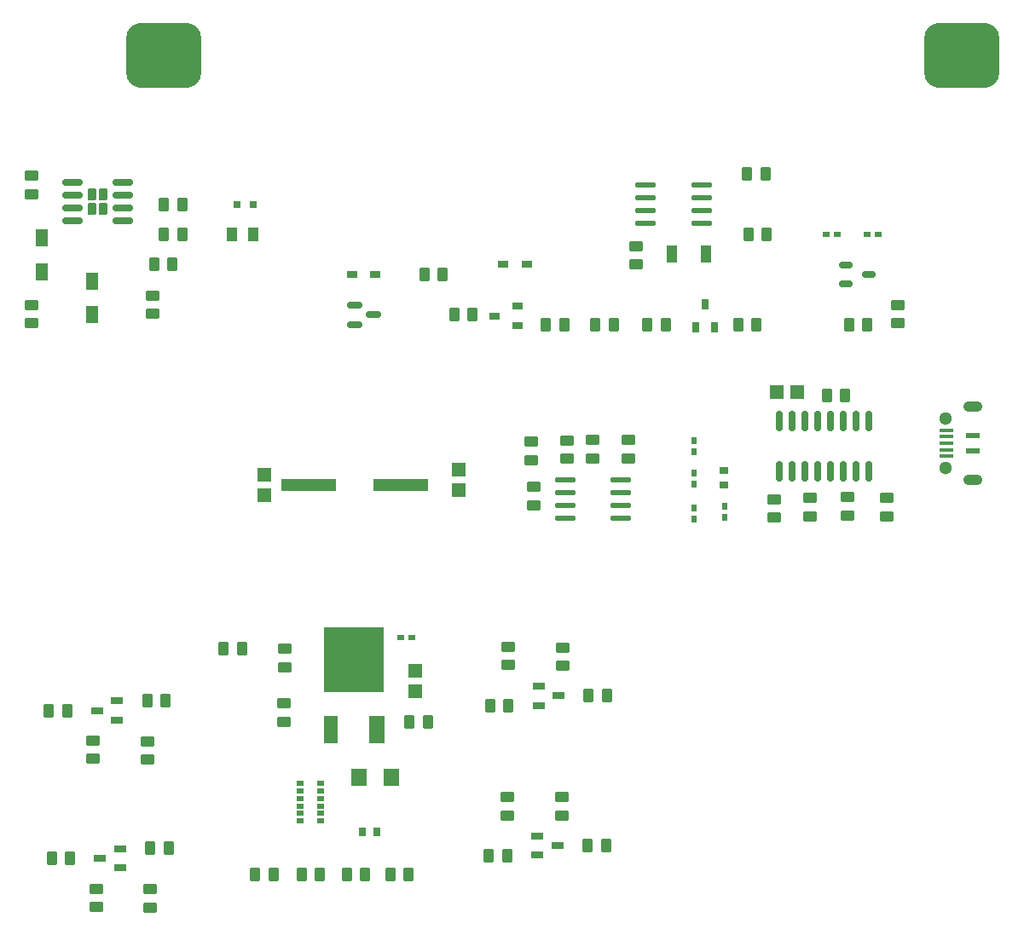
<source format=gbr>
%TF.GenerationSoftware,KiCad,Pcbnew,(7.0.0)*%
%TF.CreationDate,2023-03-21T09:15:46+02:00*%
%TF.ProjectId,HAT,4841542e-6b69-4636-9164-5f7063625858,rev?*%
%TF.SameCoordinates,Original*%
%TF.FileFunction,Paste,Top*%
%TF.FilePolarity,Positive*%
%FSLAX46Y46*%
G04 Gerber Fmt 4.6, Leading zero omitted, Abs format (unit mm)*
G04 Created by KiCad (PCBNEW (7.0.0)) date 2023-03-21 09:15:46*
%MOMM*%
%LPD*%
G01*
G04 APERTURE LIST*
G04 Aperture macros list*
%AMRoundRect*
0 Rectangle with rounded corners*
0 $1 Rounding radius*
0 $2 $3 $4 $5 $6 $7 $8 $9 X,Y pos of 4 corners*
0 Add a 4 corners polygon primitive as box body*
4,1,4,$2,$3,$4,$5,$6,$7,$8,$9,$2,$3,0*
0 Add four circle primitives for the rounded corners*
1,1,$1+$1,$2,$3*
1,1,$1+$1,$4,$5*
1,1,$1+$1,$6,$7*
1,1,$1+$1,$8,$9*
0 Add four rect primitives between the rounded corners*
20,1,$1+$1,$2,$3,$4,$5,0*
20,1,$1+$1,$4,$5,$6,$7,0*
20,1,$1+$1,$6,$7,$8,$9,0*
20,1,$1+$1,$8,$9,$2,$3,0*%
G04 Aperture macros list end*
%ADD10R,0.800000X1.000000*%
%ADD11R,1.100000X1.700000*%
%ADD12R,1.000000X0.800000*%
%ADD13R,0.900000X0.800000*%
%ADD14R,1.000000X1.399543*%
%ADD15R,0.800000X0.550013*%
%ADD16R,0.800000X0.900000*%
%ADD17RoundRect,0.250000X0.262500X0.450000X-0.262500X0.450000X-0.262500X-0.450000X0.262500X-0.450000X0*%
%ADD18RoundRect,0.150000X-0.512500X-0.150000X0.512500X-0.150000X0.512500X0.150000X-0.512500X0.150000X0*%
%ADD19RoundRect,0.250000X-0.450000X0.262500X-0.450000X-0.262500X0.450000X-0.262500X0.450000X0.262500X0*%
%ADD20RoundRect,0.250000X-0.262500X-0.450000X0.262500X-0.450000X0.262500X0.450000X-0.262500X0.450000X0*%
%ADD21R,5.500000X1.300000*%
%ADD22O,2.045009X0.588011*%
%ADD23R,1.250013X0.700000*%
%ADD24R,1.350013X1.410008*%
%ADD25RoundRect,0.250000X0.450000X-0.262500X0.450000X0.262500X-0.450000X0.262500X-0.450000X-0.262500X0*%
%ADD26R,1.000000X0.750013*%
%ADD27R,1.410008X1.350013*%
%ADD28R,0.800000X0.800000*%
%ADD29RoundRect,1.625000X-2.125000X-1.625000X2.125000X-1.625000X2.125000X1.625000X-2.125000X1.625000X0*%
%ADD30R,0.790094X0.540005*%
%ADD31R,0.540005X0.790094*%
%ADD32R,1.350013X2.800000*%
%ADD33R,1.500000X2.800000*%
%ADD34R,6.000000X6.500025*%
%ADD35R,1.296012X1.757506*%
%ADD36O,1.900000X1.070000*%
%ADD37C,1.300000*%
%ADD38R,1.350000X0.400000*%
%ADD39R,1.400000X0.600000*%
%ADD40R,1.485014X1.727991*%
%ADD41RoundRect,0.150000X0.150000X-0.825000X0.150000X0.825000X-0.150000X0.825000X-0.150000X-0.825000X0*%
%ADD42RoundRect,0.150000X-0.587500X-0.150000X0.587500X-0.150000X0.587500X0.150000X-0.587500X0.150000X0*%
%ADD43RoundRect,0.230000X-0.230000X-0.375000X0.230000X-0.375000X0.230000X0.375000X-0.230000X0.375000X0*%
%ADD44RoundRect,0.150000X-0.825000X-0.150000X0.825000X-0.150000X0.825000X0.150000X-0.825000X0.150000X0*%
G04 APERTURE END LIST*
D10*
%TO.C,Q3*%
X161869225Y-57251599D03*
X160919263Y-54951573D03*
X159969199Y-57251599D03*
%TD*%
D11*
%TO.C,D3*%
X160985199Y-49987199D03*
X157585149Y-49987199D03*
%TD*%
D12*
%TO.C,Q2*%
X142290799Y-55148373D03*
X139990773Y-56098335D03*
X142290799Y-57048399D03*
%TD*%
D13*
%TO.C,C15*%
X162763199Y-72897999D03*
X162763199Y-71497949D03*
%TD*%
D14*
%TO.C,LED2*%
X113893599Y-48005999D03*
X115994183Y-48005999D03*
%TD*%
D15*
%TO.C,U4*%
X120700799Y-102523535D03*
X120700799Y-103273599D03*
X120700799Y-104023662D03*
X120700799Y-104773472D03*
X120700799Y-105523535D03*
X120700799Y-106273599D03*
X122700799Y-106273599D03*
X122700799Y-105523535D03*
X122700799Y-104773472D03*
X122700799Y-104023662D03*
X122700799Y-103273599D03*
X122700799Y-102523535D03*
%TD*%
D16*
%TO.C,C7*%
X128269999Y-107340399D03*
X126869949Y-107340399D03*
%TD*%
D17*
%TO.C,R1*%
X177000000Y-57000000D03*
X175175000Y-57000000D03*
%TD*%
D18*
%TO.C,U2*%
X174862500Y-51050000D03*
X174862500Y-52950000D03*
X177137500Y-52000000D03*
%TD*%
D17*
%TO.C,R51*%
X97835000Y-110000000D03*
X96010000Y-110000000D03*
%TD*%
D19*
%TO.C,R19*%
X119050000Y-94587500D03*
X119050000Y-96412500D03*
%TD*%
D20*
%TO.C,R36*%
X139425000Y-109724924D03*
X141250000Y-109724924D03*
%TD*%
D17*
%TO.C,R22*%
X118041744Y-111620000D03*
X116216744Y-111620000D03*
%TD*%
%TO.C,R50*%
X97535000Y-95300000D03*
X95710000Y-95300000D03*
%TD*%
D21*
%TO.C,Y1*%
X130644917Y-72897999D03*
X121538999Y-72897999D03*
%TD*%
D22*
%TO.C,U6*%
X152526999Y-76199999D03*
X152526999Y-74929996D03*
X152526999Y-73659994D03*
X152526999Y-72389991D03*
X146982167Y-72389991D03*
X146982167Y-73659994D03*
X146982167Y-74929996D03*
X146982167Y-76199999D03*
%TD*%
D23*
%TO.C,Q5*%
X144349999Y-92899999D03*
X144349999Y-94799923D03*
X146349999Y-93849961D03*
%TD*%
D17*
%TO.C,R8*%
X108000000Y-51000000D03*
X106175000Y-51000000D03*
%TD*%
D24*
%TO.C,C11*%
X117093999Y-73913999D03*
X117093999Y-71913999D03*
%TD*%
D25*
%TO.C,R32*%
X175056800Y-75944100D03*
X175056800Y-74119100D03*
%TD*%
D17*
%TO.C,R45*%
X107635000Y-109000000D03*
X105810000Y-109000000D03*
%TD*%
D26*
%TO.C,D1*%
X128172592Y-51999999D03*
X125827406Y-51999999D03*
%TD*%
D27*
%TO.C,C12*%
X167999999Y-63703199D03*
X169999999Y-63703199D03*
%TD*%
D17*
%TO.C,R3*%
X109000000Y-45000000D03*
X107175000Y-45000000D03*
%TD*%
D25*
%TO.C,R49*%
X100410000Y-114825000D03*
X100410000Y-113000000D03*
%TD*%
D28*
%TO.C,LED1*%
X114401065Y-45006857D03*
X115999999Y-44999999D03*
%TD*%
D25*
%TO.C,R13*%
X154000000Y-51000000D03*
X154000000Y-49175000D03*
%TD*%
D19*
%TO.C,R39*%
X141350000Y-88974924D03*
X141350000Y-90799924D03*
%TD*%
D23*
%TO.C,Q7*%
X102809999Y-110949961D03*
X102809999Y-109050037D03*
X100809999Y-109999999D03*
%TD*%
D20*
%TO.C,R31*%
X173000000Y-64000000D03*
X174825000Y-64000000D03*
%TD*%
D19*
%TO.C,R38*%
X141250000Y-103899924D03*
X141250000Y-105724924D03*
%TD*%
D20*
%TO.C,R15*%
X165087500Y-42000000D03*
X166912500Y-42000000D03*
%TD*%
D29*
%TO.C,BT1*%
X107100000Y-30200000D03*
X186400000Y-30200000D03*
%TD*%
D30*
%TO.C,C3*%
X172909829Y-47999999D03*
X173999999Y-47999999D03*
%TD*%
D19*
%TO.C,R35*%
X171348400Y-74171800D03*
X171348400Y-75996800D03*
%TD*%
D22*
%TO.C,U3*%
X154999999Y-43094995D03*
X154999999Y-44364998D03*
X154999999Y-45635000D03*
X154999999Y-46905003D03*
X160544831Y-46905003D03*
X160544831Y-45635000D03*
X160544831Y-44364998D03*
X160544831Y-43094995D03*
%TD*%
D19*
%TO.C,R34*%
X167792400Y-74320400D03*
X167792400Y-76145400D03*
%TD*%
D25*
%TO.C,R20*%
X119150000Y-91012398D03*
X119150000Y-89187398D03*
%TD*%
D26*
%TO.C,D2*%
X143172592Y-50999999D03*
X140827406Y-50999999D03*
%TD*%
D19*
%TO.C,R40*%
X146675000Y-103899924D03*
X146675000Y-105724924D03*
%TD*%
%TO.C,R29*%
X153289000Y-68429500D03*
X153289000Y-70254500D03*
%TD*%
D25*
%TO.C,R47*%
X105810000Y-114875038D03*
X105810000Y-113050038D03*
%TD*%
D17*
%TO.C,R4*%
X109000000Y-48000000D03*
X107175000Y-48000000D03*
%TD*%
D23*
%TO.C,Q6*%
X102509999Y-96249961D03*
X102509999Y-94350037D03*
X100509999Y-95299999D03*
%TD*%
D25*
%TO.C,R6*%
X106000000Y-55912500D03*
X106000000Y-54087500D03*
%TD*%
D31*
%TO.C,C14*%
X162813999Y-75047854D03*
X162813999Y-76138024D03*
%TD*%
D32*
%TO.C,Q8*%
X123742912Y-97162613D03*
D33*
X128322796Y-97162613D03*
D34*
X126049999Y-90212397D03*
%TD*%
D20*
%TO.C,R25*%
X129616744Y-111570000D03*
X131441744Y-111570000D03*
%TD*%
D31*
%TO.C,C17*%
X159765999Y-68505829D03*
X159765999Y-69595999D03*
%TD*%
D35*
%TO.C,C4*%
X99999999Y-52627381D03*
X99999999Y-55999999D03*
%TD*%
D31*
%TO.C,C13*%
X159765999Y-75174854D03*
X159765999Y-76265024D03*
%TD*%
%TO.C,C16*%
X159765999Y-71680829D03*
X159765999Y-72770999D03*
%TD*%
D25*
%TO.C,R48*%
X100110000Y-100100000D03*
X100110000Y-98275000D03*
%TD*%
D19*
%TO.C,R5*%
X94000000Y-42175000D03*
X94000000Y-44000000D03*
%TD*%
D25*
%TO.C,R28*%
X143637000Y-70405000D03*
X143637000Y-68580000D03*
%TD*%
D20*
%TO.C,R11*%
X145087500Y-57000000D03*
X146912500Y-57000000D03*
%TD*%
D36*
%TO.C,J6*%
X187452799Y-72345199D03*
D37*
X184802800Y-71170200D03*
X184802800Y-66320200D03*
D36*
X187452799Y-65145199D03*
D38*
X184852799Y-70045199D03*
X184852799Y-69395199D03*
X184852799Y-68745199D03*
X184852799Y-68095199D03*
X184852799Y-67445199D03*
D39*
X187502799Y-69545199D03*
X187502799Y-67945199D03*
%TD*%
D25*
%TO.C,R26*%
X143891000Y-74930000D03*
X143891000Y-73105000D03*
%TD*%
D17*
%TO.C,R17*%
X166000000Y-57000000D03*
X164175000Y-57000000D03*
%TD*%
%TO.C,R18*%
X133350000Y-96412500D03*
X131525000Y-96412500D03*
%TD*%
D40*
%TO.C,C6*%
X126549999Y-101950126D03*
X129735165Y-101950126D03*
%TD*%
D24*
%TO.C,C10*%
X136397999Y-73405999D03*
X136397999Y-71405999D03*
%TD*%
D17*
%TO.C,R23*%
X122666744Y-111620000D03*
X120841744Y-111620000D03*
%TD*%
%TO.C,R14*%
X157000000Y-57000000D03*
X155175000Y-57000000D03*
%TD*%
D35*
%TO.C,C1*%
X94999999Y-48313690D03*
X94999999Y-51686308D03*
%TD*%
D17*
%TO.C,R24*%
X127154244Y-111620000D03*
X125329244Y-111620000D03*
%TD*%
%TO.C,R21*%
X114900000Y-89162500D03*
X113075000Y-89162500D03*
%TD*%
D19*
%TO.C,R41*%
X146775000Y-89024962D03*
X146775000Y-90849962D03*
%TD*%
D20*
%TO.C,R37*%
X139550000Y-94849962D03*
X141375000Y-94849962D03*
%TD*%
D41*
%TO.C,U7*%
X168249600Y-71526400D03*
X169519600Y-71526400D03*
X170789600Y-71526400D03*
X172059600Y-71526400D03*
X173329600Y-71526400D03*
X174599600Y-71526400D03*
X175869600Y-71526400D03*
X177139600Y-71526400D03*
X177139600Y-66576400D03*
X175869600Y-66576400D03*
X174599600Y-66576400D03*
X173329600Y-66576400D03*
X172059600Y-66576400D03*
X170789600Y-66576400D03*
X169519600Y-66576400D03*
X168249600Y-66576400D03*
%TD*%
D20*
%TO.C,R43*%
X149300000Y-93799924D03*
X151125000Y-93799924D03*
%TD*%
D17*
%TO.C,R10*%
X137825000Y-56000000D03*
X136000000Y-56000000D03*
%TD*%
D30*
%TO.C,C9*%
X130709829Y-88012499D03*
X131799999Y-88012499D03*
%TD*%
D42*
%TO.C,Q1*%
X126062500Y-55050000D03*
X126062500Y-56950000D03*
X127937500Y-56000000D03*
%TD*%
D24*
%TO.C,C8*%
X132149999Y-91362499D03*
X132149999Y-93362499D03*
%TD*%
D25*
%TO.C,R2*%
X94000000Y-56825000D03*
X94000000Y-55000000D03*
%TD*%
D17*
%TO.C,R9*%
X134825000Y-52000000D03*
X133000000Y-52000000D03*
%TD*%
D25*
%TO.C,R33*%
X178917600Y-75993000D03*
X178917600Y-74168000D03*
%TD*%
%TO.C,R46*%
X105535000Y-100175038D03*
X105535000Y-98350038D03*
%TD*%
D19*
%TO.C,R30*%
X149733000Y-68429500D03*
X149733000Y-70254500D03*
%TD*%
D23*
%TO.C,Q4*%
X144249999Y-107774961D03*
X144249999Y-109674885D03*
X146249999Y-108724923D03*
%TD*%
D20*
%TO.C,R16*%
X165175000Y-48000000D03*
X167000000Y-48000000D03*
%TD*%
%TO.C,R12*%
X150000000Y-57000000D03*
X151825000Y-57000000D03*
%TD*%
D25*
%TO.C,R27*%
X147193000Y-70301500D03*
X147193000Y-68476500D03*
%TD*%
D20*
%TO.C,R42*%
X149225000Y-108724924D03*
X151050000Y-108724924D03*
%TD*%
D17*
%TO.C,R44*%
X107335000Y-94300000D03*
X105510000Y-94300000D03*
%TD*%
D25*
%TO.C,R7*%
X180000000Y-56825000D03*
X180000000Y-55000000D03*
%TD*%
D43*
%TO.C,U1*%
X100000000Y-44000000D03*
X100000000Y-45500000D03*
X101140000Y-44000000D03*
X101140000Y-45500000D03*
D44*
X98095000Y-42845000D03*
X98095000Y-44115000D03*
X98095000Y-45385000D03*
X98095000Y-46655000D03*
X103045000Y-46655000D03*
X103045000Y-45385000D03*
X103045000Y-44115000D03*
X103045000Y-42845000D03*
%TD*%
D30*
%TO.C,C2*%
X178090169Y-47999999D03*
X176999999Y-47999999D03*
%TD*%
M02*

</source>
